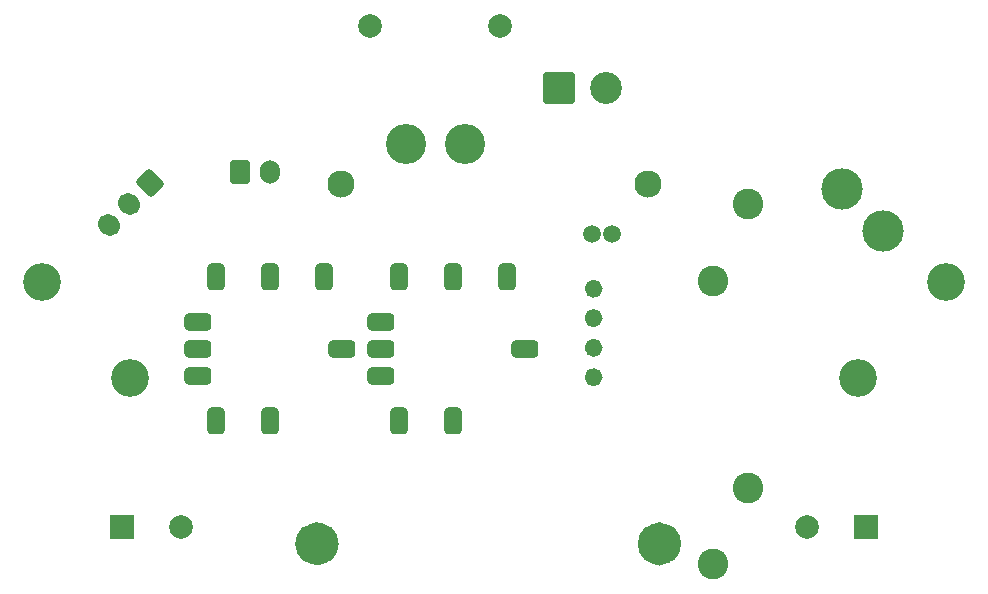
<source format=gbr>
%TF.GenerationSoftware,KiCad,Pcbnew,8.0.1*%
%TF.CreationDate,2024-05-19T11:46:57+09:00*%
%TF.ProjectId,Power-20240325,506f7765-722d-4323-9032-34303332352e,rev?*%
%TF.SameCoordinates,Original*%
%TF.FileFunction,Soldermask,Top*%
%TF.FilePolarity,Negative*%
%FSLAX46Y46*%
G04 Gerber Fmt 4.6, Leading zero omitted, Abs format (unit mm)*
G04 Created by KiCad (PCBNEW 8.0.1) date 2024-05-19 11:46:57*
%MOMM*%
%LPD*%
G01*
G04 APERTURE LIST*
G04 Aperture macros list*
%AMRoundRect*
0 Rectangle with rounded corners*
0 $1 Rounding radius*
0 $2 $3 $4 $5 $6 $7 $8 $9 X,Y pos of 4 corners*
0 Add a 4 corners polygon primitive as box body*
4,1,4,$2,$3,$4,$5,$6,$7,$8,$9,$2,$3,0*
0 Add four circle primitives for the rounded corners*
1,1,$1+$1,$2,$3*
1,1,$1+$1,$4,$5*
1,1,$1+$1,$6,$7*
1,1,$1+$1,$8,$9*
0 Add four rect primitives between the rounded corners*
20,1,$1+$1,$2,$3,$4,$5,0*
20,1,$1+$1,$4,$5,$6,$7,0*
20,1,$1+$1,$6,$7,$8,$9,0*
20,1,$1+$1,$8,$9,$2,$3,0*%
%AMHorizOval*
0 Thick line with rounded ends*
0 $1 width*
0 $2 $3 position (X,Y) of the first rounded end (center of the circle)*
0 $4 $5 position (X,Y) of the second rounded end (center of the circle)*
0 Add line between two ends*
20,1,$1,$2,$3,$4,$5,0*
0 Add two circle primitives to create the rounded ends*
1,1,$1,$2,$3*
1,1,$1,$4,$5*%
G04 Aperture macros list end*
%ADD10C,0.775000*%
%ADD11C,1.825000*%
%ADD12C,3.200000*%
%ADD13RoundRect,0.250000X-0.600000X-0.750000X0.600000X-0.750000X0.600000X0.750000X-0.600000X0.750000X0*%
%ADD14O,1.700000X2.000000*%
%ADD15C,3.500000*%
%ADD16RoundRect,0.381000X-0.381000X0.762000X-0.381000X-0.762000X0.381000X-0.762000X0.381000X0.762000X0*%
%ADD17RoundRect,0.381000X0.762000X0.381000X-0.762000X0.381000X-0.762000X-0.381000X0.762000X-0.381000X0*%
%ADD18C,2.300000*%
%ADD19C,1.500000*%
%ADD20C,2.600000*%
%ADD21HorizOval,1.700000X-0.088388X0.088388X0.088388X-0.088388X0*%
%ADD22RoundRect,0.250000X-0.088388X0.936916X-0.936916X0.088388X0.088388X-0.936916X0.936916X-0.088388X0*%
%ADD23RoundRect,0.250001X-1.099999X-1.099999X1.099999X-1.099999X1.099999X1.099999X-1.099999X1.099999X0*%
%ADD24C,2.700000*%
%ADD25R,2.000000X2.000000*%
%ADD26C,2.000000*%
%ADD27C,3.400000*%
G04 APERTURE END LIST*
D10*
X75567092Y-113049825D02*
G75*
G02*
X74792092Y-113049825I-387500J0D01*
G01*
X74792092Y-113049825D02*
G75*
G02*
X75567092Y-113049825I387500J0D01*
G01*
D11*
X81672092Y-132149824D02*
G75*
G02*
X79847092Y-132149824I-912500J0D01*
G01*
X79847092Y-132149824D02*
G75*
G02*
X81672092Y-132149824I912500J0D01*
G01*
D10*
X75567092Y-115549825D02*
G75*
G02*
X74792092Y-115549825I-387500J0D01*
G01*
X74792092Y-115549825D02*
G75*
G02*
X75567092Y-115549825I387500J0D01*
G01*
X75567092Y-110549825D02*
G75*
G02*
X74792092Y-110549825I-387500J0D01*
G01*
X74792092Y-110549825D02*
G75*
G02*
X75567092Y-110549825I387500J0D01*
G01*
D11*
X52672092Y-132149823D02*
G75*
G02*
X50847092Y-132149823I-912500J0D01*
G01*
X50847092Y-132149823D02*
G75*
G02*
X52672092Y-132149823I912500J0D01*
G01*
D10*
X75567092Y-118049825D02*
G75*
G02*
X74792092Y-118049825I-387500J0D01*
G01*
X74792092Y-118049825D02*
G75*
G02*
X75567092Y-118049825I387500J0D01*
G01*
D12*
%TO.C,REF\u002A\u002A*%
X105000000Y-110000000D03*
%TD*%
%TO.C,REF\u002A\u002A*%
X97590811Y-118147161D03*
%TD*%
%TO.C,REF\u002A\u002A*%
X35928516Y-118147161D03*
%TD*%
%TO.C,REF\u002A\u002A*%
X28519402Y-110000005D03*
%TD*%
D13*
%TO.C,KICKER*%
X45259592Y-100649824D03*
D14*
X47759592Y-100649824D03*
%TD*%
D15*
%TO.C,VIN*%
X99709763Y-105678792D03*
X96174229Y-102143258D03*
%TD*%
D16*
%TO.C,U1*%
X47759592Y-121749823D03*
X43179592Y-121749823D03*
D17*
X41659592Y-117939824D03*
X41659593Y-115649824D03*
X41659592Y-113359824D03*
D16*
X43179592Y-109549825D03*
X47759592Y-109549825D03*
X52339592Y-109549825D03*
D17*
X53859591Y-115649824D03*
%TD*%
D16*
%TO.C,U2*%
X63259592Y-121749823D03*
X58679592Y-121749823D03*
D17*
X57159592Y-117939824D03*
X57159593Y-115649824D03*
X57159592Y-113359824D03*
D16*
X58679592Y-109549825D03*
X63259592Y-109549825D03*
X67839592Y-109549825D03*
D17*
X69359591Y-115649824D03*
%TD*%
D18*
%TO.C,+*%
X53759593Y-101649823D03*
X79759593Y-101649823D03*
D19*
X76759593Y-105899823D03*
X75009593Y-105899823D03*
%TD*%
D20*
%TO.C,F1*%
X88259593Y-103399823D03*
X85259593Y-109899823D03*
X88259593Y-127399823D03*
X85259593Y-133899823D03*
%TD*%
D21*
%TO.C,MAIN*%
X34122866Y-105139003D03*
X35890633Y-103371236D03*
D22*
X37658400Y-101603469D03*
%TD*%
D23*
%TO.C,LINE*%
X72259592Y-93549825D03*
D24*
X76219592Y-93549825D03*
%TD*%
D25*
%TO.C,C5*%
X35273077Y-130718479D03*
D26*
X40273077Y-130718479D03*
%TD*%
%TO.C,MD*%
X56259593Y-88299824D03*
X67259593Y-88299824D03*
D27*
X59259593Y-98299824D03*
X64259593Y-98299824D03*
%TD*%
D25*
%TO.C,C4*%
X98246249Y-130718479D03*
D26*
X93246249Y-130718479D03*
%TD*%
M02*

</source>
